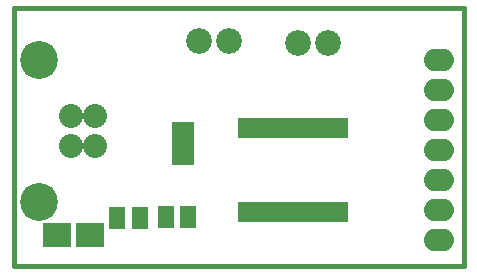
<source format=gts>
G04 (created by PCBNEW-RS274X (2012-jan-04)-stable) date Fri 25 Jan 2013 16:17:33 CET*
G01*
G70*
G90*
%MOIN*%
G04 Gerber Fmt 3.4, Leading zero omitted, Abs format*
%FSLAX34Y34*%
G04 APERTURE LIST*
%ADD10C,0.006000*%
%ADD11C,0.015000*%
%ADD12C,0.080000*%
%ADD13C,0.126300*%
%ADD14R,0.036000X0.070000*%
%ADD15R,0.055000X0.075000*%
%ADD16C,0.086000*%
%ADD17R,0.075000X0.055000*%
%ADD18O,0.100000X0.075000*%
%ADD19R,0.096800X0.079100*%
G04 APERTURE END LIST*
G54D10*
G54D11*
X53350Y-37475D02*
X53375Y-37475D01*
X53350Y-46050D02*
X53350Y-37475D01*
X68350Y-46050D02*
X53350Y-46050D01*
X68350Y-37450D02*
X68350Y-46050D01*
X53350Y-37450D02*
X68350Y-37450D01*
G54D12*
X56060Y-42040D03*
X56060Y-41040D03*
X55273Y-41040D03*
X55273Y-42040D03*
G54D13*
X54210Y-43902D03*
X54210Y-39178D03*
G54D14*
X61002Y-44229D03*
X61252Y-44229D03*
X61512Y-44229D03*
X61772Y-44229D03*
X62022Y-44229D03*
X62282Y-44229D03*
X62542Y-44229D03*
X62792Y-44229D03*
X63052Y-44229D03*
X63302Y-44229D03*
X63562Y-44229D03*
X63822Y-44229D03*
X64072Y-44229D03*
X64332Y-44229D03*
X64332Y-41429D03*
X64072Y-41429D03*
X63832Y-41429D03*
X63562Y-41429D03*
X63302Y-41429D03*
X63052Y-41429D03*
X62792Y-41429D03*
X62542Y-41429D03*
X62282Y-41429D03*
X62022Y-41429D03*
X61772Y-41429D03*
X61512Y-41429D03*
X61252Y-41429D03*
X61002Y-41429D03*
G54D15*
X58425Y-44425D03*
X59175Y-44425D03*
X56799Y-44457D03*
X57549Y-44457D03*
G54D16*
X60520Y-38555D03*
X59520Y-38555D03*
X63840Y-38595D03*
X62840Y-38595D03*
G54D17*
X59000Y-41955D03*
X59000Y-41495D03*
X59000Y-42405D03*
G54D18*
X67525Y-40165D03*
X67525Y-41165D03*
X67525Y-42165D03*
X67525Y-43165D03*
X67525Y-44165D03*
X67525Y-39165D03*
X67525Y-45165D03*
G54D19*
X54799Y-45020D03*
X55881Y-45020D03*
M02*

</source>
